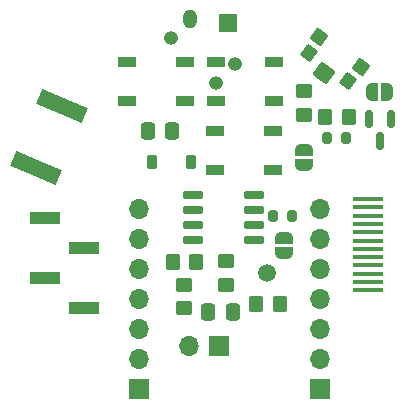
<source format=gbr>
%TF.GenerationSoftware,KiCad,Pcbnew,8.0.1*%
%TF.CreationDate,2024-05-06T20:27:01+02:00*%
%TF.ProjectId,SenseLoraCAM,53656e73-654c-46f7-9261-43414d2e6b69,rev?*%
%TF.SameCoordinates,Original*%
%TF.FileFunction,Soldermask,Bot*%
%TF.FilePolarity,Negative*%
%FSLAX46Y46*%
G04 Gerber Fmt 4.6, Leading zero omitted, Abs format (unit mm)*
G04 Created by KiCad (PCBNEW 8.0.1) date 2024-05-06 20:27:01*
%MOMM*%
%LPD*%
G01*
G04 APERTURE LIST*
G04 Aperture macros list*
%AMRoundRect*
0 Rectangle with rounded corners*
0 $1 Rounding radius*
0 $2 $3 $4 $5 $6 $7 $8 $9 X,Y pos of 4 corners*
0 Add a 4 corners polygon primitive as box body*
4,1,4,$2,$3,$4,$5,$6,$7,$8,$9,$2,$3,0*
0 Add four circle primitives for the rounded corners*
1,1,$1+$1,$2,$3*
1,1,$1+$1,$4,$5*
1,1,$1+$1,$6,$7*
1,1,$1+$1,$8,$9*
0 Add four rect primitives between the rounded corners*
20,1,$1+$1,$2,$3,$4,$5,0*
20,1,$1+$1,$4,$5,$6,$7,0*
20,1,$1+$1,$6,$7,$8,$9,0*
20,1,$1+$1,$8,$9,$2,$3,0*%
%AMRotRect*
0 Rectangle, with rotation*
0 The origin of the aperture is its center*
0 $1 length*
0 $2 width*
0 $3 Rotation angle, in degrees counterclockwise*
0 Add horizontal line*
21,1,$1,$2,0,0,$3*%
%AMFreePoly0*
4,1,19,0.500000,-0.750000,0.000000,-0.750000,0.000000,-0.744911,-0.071157,-0.744911,-0.207708,-0.704816,-0.327430,-0.627875,-0.420627,-0.520320,-0.479746,-0.390866,-0.500000,-0.250000,-0.500000,0.250000,-0.479746,0.390866,-0.420627,0.520320,-0.327430,0.627875,-0.207708,0.704816,-0.071157,0.744911,0.000000,0.744911,0.000000,0.750000,0.500000,0.750000,0.500000,-0.750000,0.500000,-0.750000,
$1*%
%AMFreePoly1*
4,1,19,0.000000,0.744911,0.071157,0.744911,0.207708,0.704816,0.327430,0.627875,0.420627,0.520320,0.479746,0.390866,0.500000,0.250000,0.500000,-0.250000,0.479746,-0.390866,0.420627,-0.520320,0.327430,-0.627875,0.207708,-0.704816,0.071157,-0.744911,0.000000,-0.744911,0.000000,-0.750000,-0.500000,-0.750000,-0.500000,0.750000,0.000000,0.750000,0.000000,0.744911,0.000000,0.744911,
$1*%
G04 Aperture macros list end*
%ADD10RotRect,1.350000X4.200000X247.000000*%
%ADD11R,1.700000X1.700000*%
%ADD12O,1.700000X1.700000*%
%ADD13RoundRect,0.250000X-0.337500X-0.475000X0.337500X-0.475000X0.337500X0.475000X-0.337500X0.475000X0*%
%ADD14RoundRect,0.250000X0.450000X-0.350000X0.450000X0.350000X-0.450000X0.350000X-0.450000X-0.350000X0*%
%ADD15R,1.500000X0.900000*%
%ADD16RoundRect,0.250000X0.350000X0.450000X-0.350000X0.450000X-0.350000X-0.450000X0.350000X-0.450000X0*%
%ADD17R,2.500000X0.350000*%
%ADD18FreePoly0,270.000000*%
%ADD19FreePoly1,270.000000*%
%ADD20RoundRect,0.200000X0.200000X0.275000X-0.200000X0.275000X-0.200000X-0.275000X0.200000X-0.275000X0*%
%ADD21R,2.510000X1.000000*%
%ADD22FreePoly0,0.000000*%
%ADD23FreePoly1,0.000000*%
%ADD24RoundRect,0.225000X0.225000X0.375000X-0.225000X0.375000X-0.225000X-0.375000X0.225000X-0.375000X0*%
%ADD25RoundRect,0.250000X0.337500X0.475000X-0.337500X0.475000X-0.337500X-0.475000X0.337500X-0.475000X0*%
%ADD26C,1.500000*%
%ADD27RoundRect,0.150000X-0.150000X0.587500X-0.150000X-0.587500X0.150000X-0.587500X0.150000X0.587500X0*%
%ADD28R,1.500000X1.500000*%
%ADD29RoundRect,0.165000X-0.567158X-0.125625X0.055785X-0.578220X0.567158X0.125625X-0.055785X0.578220X0*%
%ADD30C,0.950000*%
%ADD31RoundRect,0.180000X-0.586657X-0.092917X0.092917X-0.586657X0.586657X0.092917X-0.092917X0.586657X0*%
%ADD32RoundRect,0.210000X-0.724884X-0.079014X0.148854X-0.713822X0.724884X0.079014X-0.148854X0.713822X0*%
%ADD33RoundRect,0.250000X-0.350000X-0.450000X0.350000X-0.450000X0.350000X0.450000X-0.350000X0.450000X0*%
%ADD34RoundRect,0.250000X-0.450000X0.350000X-0.450000X-0.350000X0.450000X-0.350000X0.450000X0.350000X0*%
%ADD35RoundRect,0.200000X-0.200000X-0.275000X0.200000X-0.275000X0.200000X0.275000X-0.200000X0.275000X0*%
%ADD36RoundRect,0.150000X0.725000X0.150000X-0.725000X0.150000X-0.725000X-0.150000X0.725000X-0.150000X0*%
%ADD37O,1.200000X1.600000*%
%ADD38O,1.200000X1.200000*%
G04 APERTURE END LIST*
D10*
%TO.C,AE1*%
X100320022Y-70294942D03*
X98112392Y-75495794D03*
%TD*%
D11*
%TO.C,J3*%
X122200000Y-94240000D03*
D12*
X122200000Y-91700000D03*
X122200000Y-89160000D03*
X122200000Y-86620000D03*
X122200000Y-84080000D03*
X122200000Y-81540000D03*
X122200000Y-79000000D03*
%TD*%
D13*
%TO.C,C3*%
X112725000Y-87700000D03*
X114800000Y-87700000D03*
%TD*%
D14*
%TO.C,R21*%
X120800000Y-71000000D03*
X120800000Y-69000000D03*
%TD*%
D15*
%TO.C,D6*%
X105850000Y-69800000D03*
X105850000Y-66500000D03*
X110750000Y-66500000D03*
X110750000Y-69800000D03*
%TD*%
D16*
%TO.C,R19*%
X118775000Y-87000000D03*
X116775000Y-87000000D03*
%TD*%
D17*
%TO.C,U5*%
X126275000Y-78150000D03*
X126275000Y-78850000D03*
X126275000Y-79550000D03*
X126275000Y-80250000D03*
X126275000Y-80950000D03*
X126275000Y-81650000D03*
X126275000Y-82350000D03*
X126275000Y-83050000D03*
X126275000Y-83750000D03*
X126275000Y-84450000D03*
X126275000Y-85150000D03*
X126275000Y-85850000D03*
%TD*%
D18*
%TO.C,JP1*%
X120850000Y-73950000D03*
D19*
X120850000Y-75250000D03*
%TD*%
D20*
%TO.C,R16*%
X124425000Y-73000000D03*
X122775000Y-73000000D03*
%TD*%
D11*
%TO.C,J2*%
X113675000Y-90600000D03*
D12*
X111135000Y-90600000D03*
%TD*%
D21*
%TO.C,J5*%
X98890000Y-79760000D03*
X102200000Y-82300000D03*
X98890000Y-84840000D03*
X102200000Y-87380000D03*
%TD*%
D22*
%TO.C,JP2*%
X126550000Y-69100000D03*
D23*
X127850000Y-69100000D03*
%TD*%
D24*
%TO.C,D2*%
X111300000Y-75000000D03*
X108000000Y-75000000D03*
%TD*%
D25*
%TO.C,C6*%
X109675000Y-72400000D03*
X107600000Y-72400000D03*
%TD*%
D26*
%TO.C,DC*%
X117700000Y-84400000D03*
%TD*%
D27*
%TO.C,Q1*%
X126300000Y-71375000D03*
X128200000Y-71375000D03*
X127250000Y-73250000D03*
%TD*%
D28*
%TO.C,LED*%
X114400000Y-63200000D03*
%TD*%
D29*
%TO.C,SW2*%
X121246640Y-65774433D03*
X124563608Y-68184353D03*
D30*
X122036353Y-64432289D03*
D31*
X122065743Y-64391839D03*
D32*
X122537758Y-67485029D03*
D31*
X125625418Y-66978094D03*
D30*
X125596029Y-67018545D03*
%TD*%
D14*
%TO.C,R2*%
X114200000Y-85400000D03*
X114200000Y-83400000D03*
%TD*%
D15*
%TO.C,D7*%
X113400000Y-69800000D03*
X113400000Y-66500000D03*
X118300000Y-66500000D03*
X118300000Y-69800000D03*
%TD*%
D33*
%TO.C,R17*%
X122625000Y-71200000D03*
X124625000Y-71200000D03*
%TD*%
D18*
%TO.C,JP7*%
X119100000Y-81400000D03*
D19*
X119100000Y-82700000D03*
%TD*%
D15*
%TO.C,D1*%
X113300000Y-75650000D03*
X113300000Y-72350000D03*
X118200000Y-72350000D03*
X118200000Y-75650000D03*
%TD*%
D11*
%TO.C,J4*%
X106900000Y-94240000D03*
D12*
X106900000Y-91700000D03*
X106900000Y-89160000D03*
X106900000Y-86620000D03*
X106900000Y-84080000D03*
X106900000Y-81540000D03*
X106900000Y-79000000D03*
%TD*%
D33*
%TO.C,R3*%
X109700000Y-83500000D03*
X111700000Y-83500000D03*
%TD*%
D34*
%TO.C,R7*%
X110700000Y-85400000D03*
X110700000Y-87400000D03*
%TD*%
D35*
%TO.C,R18*%
X118200000Y-79600000D03*
X119850000Y-79600000D03*
%TD*%
D36*
%TO.C,U6*%
X116600000Y-77790000D03*
X116600000Y-79060000D03*
X116600000Y-80330000D03*
X116600000Y-81600000D03*
X111450000Y-81600000D03*
X111450000Y-80330000D03*
X111450000Y-79060000D03*
X111450000Y-77790000D03*
%TD*%
D37*
%TO.C,Ur1*%
X111200000Y-62900000D03*
D38*
X115000000Y-66700000D03*
X113400000Y-68300000D03*
X109600000Y-64500000D03*
%TD*%
M02*

</source>
